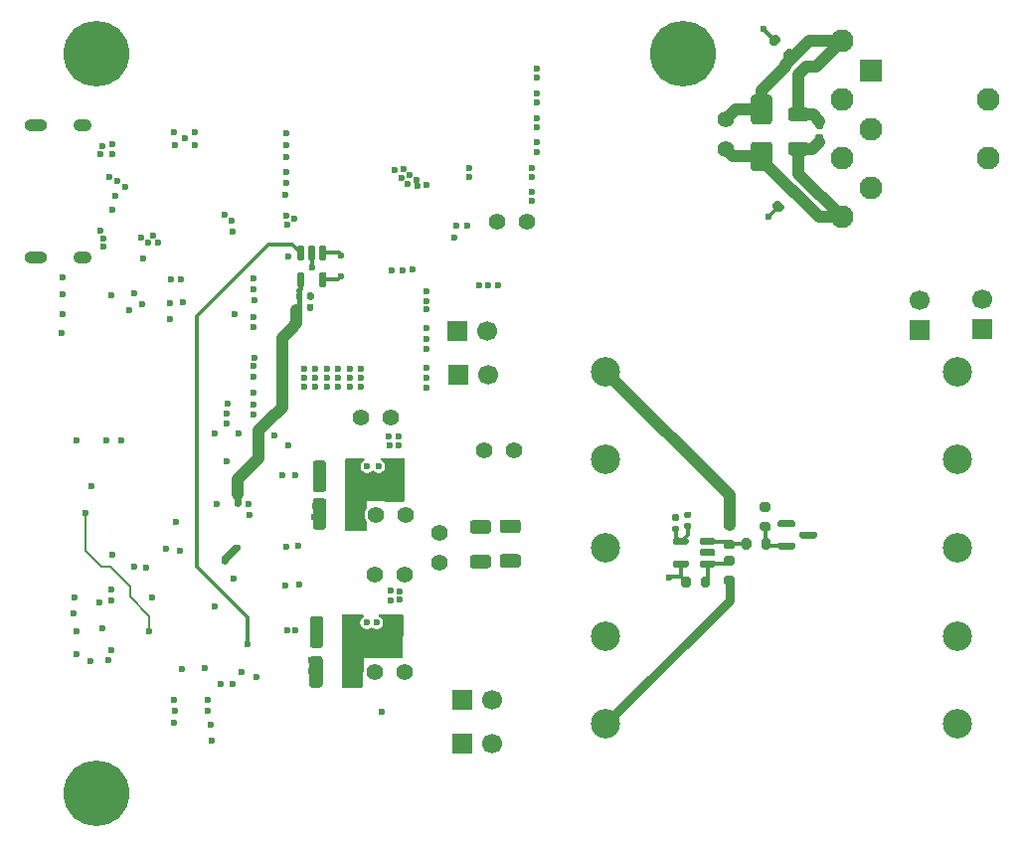
<source format=gbr>
G04 #@! TF.GenerationSoftware,KiCad,Pcbnew,9.0.1+1*
G04 #@! TF.CreationDate,2025-10-09T09:51:30+00:00*
G04 #@! TF.ProjectId,c64psu,63363470-7375-42e6-9b69-6361645f7063,rev?*
G04 #@! TF.SameCoordinates,Original*
G04 #@! TF.FileFunction,Copper,L4,Bot*
G04 #@! TF.FilePolarity,Positive*
%FSLAX46Y46*%
G04 Gerber Fmt 4.6, Leading zero omitted, Abs format (unit mm)*
G04 Created by KiCad (PCBNEW 9.0.1+1) date 2025-10-09 09:51:30*
%MOMM*%
%LPD*%
G01*
G04 APERTURE LIST*
G04 #@! TA.AperFunction,ComponentPad*
%ADD10C,2.500000*%
G04 #@! TD*
G04 #@! TA.AperFunction,ComponentPad*
%ADD11C,1.400000*%
G04 #@! TD*
G04 #@! TA.AperFunction,ComponentPad*
%ADD12C,3.600000*%
G04 #@! TD*
G04 #@! TA.AperFunction,ConnectorPad*
%ADD13C,5.600000*%
G04 #@! TD*
G04 #@! TA.AperFunction,ComponentPad*
%ADD14R,1.700000X1.700000*%
G04 #@! TD*
G04 #@! TA.AperFunction,ComponentPad*
%ADD15C,1.700000*%
G04 #@! TD*
G04 #@! TA.AperFunction,ComponentPad*
%ADD16O,1.550000X1.050000*%
G04 #@! TD*
G04 #@! TA.AperFunction,ComponentPad*
%ADD17O,1.950000X1.050000*%
G04 #@! TD*
G04 #@! TA.AperFunction,ComponentPad*
%ADD18C,1.950000*%
G04 #@! TD*
G04 #@! TA.AperFunction,ComponentPad*
%ADD19R,1.950000X1.950000*%
G04 #@! TD*
G04 #@! TA.AperFunction,ViaPad*
%ADD20C,0.600000*%
G04 #@! TD*
G04 #@! TA.AperFunction,Conductor*
%ADD21C,0.300000*%
G04 #@! TD*
G04 #@! TA.AperFunction,Conductor*
%ADD22C,0.800000*%
G04 #@! TD*
G04 #@! TA.AperFunction,Conductor*
%ADD23C,1.000000*%
G04 #@! TD*
G04 #@! TA.AperFunction,Conductor*
%ADD24C,0.600000*%
G04 #@! TD*
G04 #@! TA.AperFunction,Conductor*
%ADD25C,0.400000*%
G04 #@! TD*
G04 #@! TA.AperFunction,Conductor*
%ADD26C,0.210000*%
G04 #@! TD*
G04 APERTURE END LIST*
D10*
X183370000Y-69110000D03*
X183370000Y-76610000D03*
X183370000Y-84110000D03*
X183370000Y-91610000D03*
X183370000Y-99110000D03*
X213370000Y-69110000D03*
X213370000Y-76610000D03*
X213370000Y-84110000D03*
X213370000Y-91610000D03*
X213370000Y-99110000D03*
D11*
X163748400Y-94691200D03*
X166288400Y-94691200D03*
X163799200Y-81330800D03*
X166339200Y-81330800D03*
D12*
X190000000Y-42000000D03*
D13*
X190000000Y-42000000D03*
D14*
X170784600Y-65684400D03*
D15*
X173324600Y-65684400D03*
D14*
X171140200Y-100787200D03*
D15*
X173680200Y-100787200D03*
D14*
X170835400Y-69392800D03*
D15*
X173375400Y-69392800D03*
D11*
X172994001Y-75844400D03*
X175534001Y-75844400D03*
X165079999Y-73050400D03*
X162539999Y-73050400D03*
X169214800Y-85344000D03*
X169214800Y-82804000D03*
D16*
X138850000Y-48155000D03*
X138850000Y-59395000D03*
D17*
X134850000Y-48155000D03*
X134850000Y-59395000D03*
D14*
X171140200Y-97078800D03*
D15*
X173680200Y-97078800D03*
D11*
X166248400Y-86410800D03*
X163708400Y-86410800D03*
D12*
X140000000Y-105000000D03*
D13*
X140000000Y-105000000D03*
D11*
X174170300Y-56365150D03*
X176710300Y-56365150D03*
D18*
X215980000Y-50940000D03*
X215980000Y-45940000D03*
D19*
X205980000Y-43440000D03*
D18*
X205980000Y-48440000D03*
X205980000Y-53440000D03*
X203480000Y-45940000D03*
X203480000Y-50940000D03*
X203480000Y-40940000D03*
X203480000Y-55940000D03*
D11*
X193598800Y-50170399D03*
X193598800Y-47630399D03*
D12*
X140000000Y-42000000D03*
D13*
X140000000Y-42000000D03*
G04 #@! TA.AperFunction,SMDPad,CuDef*
G36*
G01*
X197296800Y-52036802D02*
X195996800Y-52036802D01*
G75*
G02*
X195746800Y-51786802I0J250000D01*
G01*
X195746800Y-49786802D01*
G75*
G02*
X195996800Y-49536802I250000J0D01*
G01*
X197296800Y-49536802D01*
G75*
G02*
X197546800Y-49786802I0J-250000D01*
G01*
X197546800Y-51786802D01*
G75*
G02*
X197296800Y-52036802I-250000J0D01*
G01*
G37*
G04 #@! TD.AperFunction*
G04 #@! TA.AperFunction,SMDPad,CuDef*
G36*
G01*
X197296800Y-48036800D02*
X195996800Y-48036800D01*
G75*
G02*
X195746800Y-47786800I0J250000D01*
G01*
X195746800Y-45786800D01*
G75*
G02*
X195996800Y-45536800I250000J0D01*
G01*
X197296800Y-45536800D01*
G75*
G02*
X197546800Y-45786800I0J-250000D01*
G01*
X197546800Y-47786800D01*
G75*
G02*
X197296800Y-48036800I-250000J0D01*
G01*
G37*
G04 #@! TD.AperFunction*
G04 #@! TA.AperFunction,SMDPad,CuDef*
G36*
G01*
X193628600Y-84830200D02*
X194178600Y-84830200D01*
G75*
G02*
X194378600Y-85030200I0J-200000D01*
G01*
X194378600Y-85430200D01*
G75*
G02*
X194178600Y-85630200I-200000J0D01*
G01*
X193628600Y-85630200D01*
G75*
G02*
X193428600Y-85430200I0J200000D01*
G01*
X193428600Y-85030200D01*
G75*
G02*
X193628600Y-84830200I200000J0D01*
G01*
G37*
G04 #@! TD.AperFunction*
G04 #@! TA.AperFunction,SMDPad,CuDef*
G36*
G01*
X193628600Y-86480200D02*
X194178600Y-86480200D01*
G75*
G02*
X194378600Y-86680200I0J-200000D01*
G01*
X194378600Y-87080200D01*
G75*
G02*
X194178600Y-87280200I-200000J0D01*
G01*
X193628600Y-87280200D01*
G75*
G02*
X193428600Y-87080200I0J200000D01*
G01*
X193428600Y-86680200D01*
G75*
G02*
X193628600Y-86480200I200000J0D01*
G01*
G37*
G04 #@! TD.AperFunction*
G04 #@! TA.AperFunction,SMDPad,CuDef*
G36*
G01*
X192706400Y-83431201D02*
X192706400Y-83731201D01*
G75*
G02*
X192556400Y-83881201I-150000J0D01*
G01*
X191531400Y-83881201D01*
G75*
G02*
X191381400Y-83731201I0J150000D01*
G01*
X191381400Y-83431201D01*
G75*
G02*
X191531400Y-83281201I150000J0D01*
G01*
X192556400Y-83281201D01*
G75*
G02*
X192706400Y-83431201I0J-150000D01*
G01*
G37*
G04 #@! TD.AperFunction*
G04 #@! TA.AperFunction,SMDPad,CuDef*
G36*
G01*
X192706400Y-84381200D02*
X192706400Y-84681200D01*
G75*
G02*
X192556400Y-84831200I-150000J0D01*
G01*
X191531400Y-84831200D01*
G75*
G02*
X191381400Y-84681200I0J150000D01*
G01*
X191381400Y-84381200D01*
G75*
G02*
X191531400Y-84231200I150000J0D01*
G01*
X192556400Y-84231200D01*
G75*
G02*
X192706400Y-84381200I0J-150000D01*
G01*
G37*
G04 #@! TD.AperFunction*
G04 #@! TA.AperFunction,SMDPad,CuDef*
G36*
G01*
X192706400Y-85331199D02*
X192706400Y-85631199D01*
G75*
G02*
X192556400Y-85781199I-150000J0D01*
G01*
X191531400Y-85781199D01*
G75*
G02*
X191381400Y-85631199I0J150000D01*
G01*
X191381400Y-85331199D01*
G75*
G02*
X191531400Y-85181199I150000J0D01*
G01*
X192556400Y-85181199D01*
G75*
G02*
X192706400Y-85331199I0J-150000D01*
G01*
G37*
G04 #@! TD.AperFunction*
G04 #@! TA.AperFunction,SMDPad,CuDef*
G36*
G01*
X190431400Y-85331199D02*
X190431400Y-85631199D01*
G75*
G02*
X190281400Y-85781199I-150000J0D01*
G01*
X189256400Y-85781199D01*
G75*
G02*
X189106400Y-85631199I0J150000D01*
G01*
X189106400Y-85331199D01*
G75*
G02*
X189256400Y-85181199I150000J0D01*
G01*
X190281400Y-85181199D01*
G75*
G02*
X190431400Y-85331199I0J-150000D01*
G01*
G37*
G04 #@! TD.AperFunction*
G04 #@! TA.AperFunction,SMDPad,CuDef*
G36*
G01*
X190431400Y-83431201D02*
X190431400Y-83731201D01*
G75*
G02*
X190281400Y-83881201I-150000J0D01*
G01*
X189256400Y-83881201D01*
G75*
G02*
X189106400Y-83731201I0J150000D01*
G01*
X189106400Y-83431201D01*
G75*
G02*
X189256400Y-83281201I150000J0D01*
G01*
X190281400Y-83281201D01*
G75*
G02*
X190431400Y-83431201I0J-150000D01*
G01*
G37*
G04 #@! TD.AperFunction*
G04 #@! TA.AperFunction,SMDPad,CuDef*
G36*
G01*
X157243601Y-58347200D02*
X157543601Y-58347200D01*
G75*
G02*
X157693601Y-58497200I0J-150000D01*
G01*
X157693601Y-59522200D01*
G75*
G02*
X157543601Y-59672200I-150000J0D01*
G01*
X157243601Y-59672200D01*
G75*
G02*
X157093601Y-59522200I0J150000D01*
G01*
X157093601Y-58497200D01*
G75*
G02*
X157243601Y-58347200I150000J0D01*
G01*
G37*
G04 #@! TD.AperFunction*
G04 #@! TA.AperFunction,SMDPad,CuDef*
G36*
G01*
X158193600Y-58347200D02*
X158493600Y-58347200D01*
G75*
G02*
X158643600Y-58497200I0J-150000D01*
G01*
X158643600Y-59522200D01*
G75*
G02*
X158493600Y-59672200I-150000J0D01*
G01*
X158193600Y-59672200D01*
G75*
G02*
X158043600Y-59522200I0J150000D01*
G01*
X158043600Y-58497200D01*
G75*
G02*
X158193600Y-58347200I150000J0D01*
G01*
G37*
G04 #@! TD.AperFunction*
G04 #@! TA.AperFunction,SMDPad,CuDef*
G36*
G01*
X159143599Y-58347200D02*
X159443599Y-58347200D01*
G75*
G02*
X159593599Y-58497200I0J-150000D01*
G01*
X159593599Y-59522200D01*
G75*
G02*
X159443599Y-59672200I-150000J0D01*
G01*
X159143599Y-59672200D01*
G75*
G02*
X158993599Y-59522200I0J150000D01*
G01*
X158993599Y-58497200D01*
G75*
G02*
X159143599Y-58347200I150000J0D01*
G01*
G37*
G04 #@! TD.AperFunction*
G04 #@! TA.AperFunction,SMDPad,CuDef*
G36*
G01*
X159143599Y-60622200D02*
X159443599Y-60622200D01*
G75*
G02*
X159593599Y-60772200I0J-150000D01*
G01*
X159593599Y-61797200D01*
G75*
G02*
X159443599Y-61947200I-150000J0D01*
G01*
X159143599Y-61947200D01*
G75*
G02*
X158993599Y-61797200I0J150000D01*
G01*
X158993599Y-60772200D01*
G75*
G02*
X159143599Y-60622200I150000J0D01*
G01*
G37*
G04 #@! TD.AperFunction*
G04 #@! TA.AperFunction,SMDPad,CuDef*
G36*
G01*
X157243601Y-60622200D02*
X157543601Y-60622200D01*
G75*
G02*
X157693601Y-60772200I0J-150000D01*
G01*
X157693601Y-61797200D01*
G75*
G02*
X157543601Y-61947200I-150000J0D01*
G01*
X157243601Y-61947200D01*
G75*
G02*
X157093601Y-61797200I0J150000D01*
G01*
X157093601Y-60772200D01*
G75*
G02*
X157243601Y-60622200I150000J0D01*
G01*
G37*
G04 #@! TD.AperFunction*
G04 #@! TA.AperFunction,SMDPad,CuDef*
G36*
G01*
X192283800Y-86745400D02*
X192283800Y-87295400D01*
G75*
G02*
X192083800Y-87495400I-200000J0D01*
G01*
X191683800Y-87495400D01*
G75*
G02*
X191483800Y-87295400I0J200000D01*
G01*
X191483800Y-86745400D01*
G75*
G02*
X191683800Y-86545400I200000J0D01*
G01*
X192083800Y-86545400D01*
G75*
G02*
X192283800Y-86745400I0J-200000D01*
G01*
G37*
G04 #@! TD.AperFunction*
G04 #@! TA.AperFunction,SMDPad,CuDef*
G36*
G01*
X190633800Y-86745400D02*
X190633800Y-87295400D01*
G75*
G02*
X190433800Y-87495400I-200000J0D01*
G01*
X190033800Y-87495400D01*
G75*
G02*
X189833800Y-87295400I0J200000D01*
G01*
X189833800Y-86745400D01*
G75*
G02*
X190033800Y-86545400I200000J0D01*
G01*
X190433800Y-86545400D01*
G75*
G02*
X190633800Y-86745400I0J-200000D01*
G01*
G37*
G04 #@! TD.AperFunction*
G04 #@! TA.AperFunction,SMDPad,CuDef*
G36*
G01*
X197226600Y-82696000D02*
X196676600Y-82696000D01*
G75*
G02*
X196476600Y-82496000I0J200000D01*
G01*
X196476600Y-82096000D01*
G75*
G02*
X196676600Y-81896000I200000J0D01*
G01*
X197226600Y-81896000D01*
G75*
G02*
X197426600Y-82096000I0J-200000D01*
G01*
X197426600Y-82496000D01*
G75*
G02*
X197226600Y-82696000I-200000J0D01*
G01*
G37*
G04 #@! TD.AperFunction*
G04 #@! TA.AperFunction,SMDPad,CuDef*
G36*
G01*
X197226600Y-81046000D02*
X196676600Y-81046000D01*
G75*
G02*
X196476600Y-80846000I0J200000D01*
G01*
X196476600Y-80446000D01*
G75*
G02*
X196676600Y-80246000I200000J0D01*
G01*
X197226600Y-80246000D01*
G75*
G02*
X197426600Y-80446000I0J-200000D01*
G01*
X197426600Y-80846000D01*
G75*
G02*
X197226600Y-81046000I-200000J0D01*
G01*
G37*
G04 #@! TD.AperFunction*
G04 #@! TA.AperFunction,SMDPad,CuDef*
G36*
G01*
X162222400Y-93591200D02*
X162222400Y-95791200D01*
G75*
G02*
X161972400Y-96041200I-250000J0D01*
G01*
X161322400Y-96041200D01*
G75*
G02*
X161072400Y-95791200I0J250000D01*
G01*
X161072400Y-93591200D01*
G75*
G02*
X161322400Y-93341200I250000J0D01*
G01*
X161972400Y-93341200D01*
G75*
G02*
X162222400Y-93591200I0J-250000D01*
G01*
G37*
G04 #@! TD.AperFunction*
G04 #@! TA.AperFunction,SMDPad,CuDef*
G36*
G01*
X159272400Y-93591200D02*
X159272400Y-95791200D01*
G75*
G02*
X159022400Y-96041200I-250000J0D01*
G01*
X158372400Y-96041200D01*
G75*
G02*
X158122400Y-95791200I0J250000D01*
G01*
X158122400Y-93591200D01*
G75*
G02*
X158372400Y-93341200I250000J0D01*
G01*
X159022400Y-93341200D01*
G75*
G02*
X159272400Y-93591200I0J-250000D01*
G01*
G37*
G04 #@! TD.AperFunction*
G04 #@! TA.AperFunction,SMDPad,CuDef*
G36*
G01*
X158427199Y-79128800D02*
X158427199Y-76928800D01*
G75*
G02*
X158677199Y-76678800I250000J0D01*
G01*
X159327199Y-76678800D01*
G75*
G02*
X159577199Y-76928800I0J-250000D01*
G01*
X159577199Y-79128800D01*
G75*
G02*
X159327199Y-79378800I-250000J0D01*
G01*
X158677199Y-79378800D01*
G75*
G02*
X158427199Y-79128800I0J250000D01*
G01*
G37*
G04 #@! TD.AperFunction*
G04 #@! TA.AperFunction,SMDPad,CuDef*
G36*
G01*
X161377201Y-79128800D02*
X161377201Y-76928800D01*
G75*
G02*
X161627201Y-76678800I250000J0D01*
G01*
X162277201Y-76678800D01*
G75*
G02*
X162527201Y-76928800I0J-250000D01*
G01*
X162527201Y-79128800D01*
G75*
G02*
X162277201Y-79378800I-250000J0D01*
G01*
X161627201Y-79378800D01*
G75*
G02*
X161377201Y-79128800I0J250000D01*
G01*
G37*
G04 #@! TD.AperFunction*
G04 #@! TA.AperFunction,SMDPad,CuDef*
G36*
G01*
X174603708Y-81712215D02*
X175903708Y-81712215D01*
G75*
G02*
X176153708Y-81962215I0J-250000D01*
G01*
X176153708Y-82612215D01*
G75*
G02*
X175903708Y-82862215I-250000J0D01*
G01*
X174603708Y-82862215D01*
G75*
G02*
X174353708Y-82612215I0J250000D01*
G01*
X174353708Y-81962215D01*
G75*
G02*
X174603708Y-81712215I250000J0D01*
G01*
G37*
G04 #@! TD.AperFunction*
G04 #@! TA.AperFunction,SMDPad,CuDef*
G36*
G01*
X174603708Y-84662217D02*
X175903708Y-84662217D01*
G75*
G02*
X176153708Y-84912217I0J-250000D01*
G01*
X176153708Y-85562217D01*
G75*
G02*
X175903708Y-85812217I-250000J0D01*
G01*
X174603708Y-85812217D01*
G75*
G02*
X174353708Y-85562217I0J250000D01*
G01*
X174353708Y-84912217D01*
G75*
G02*
X174603708Y-84662217I250000J0D01*
G01*
G37*
G04 #@! TD.AperFunction*
G04 #@! TA.AperFunction,SMDPad,CuDef*
G36*
G01*
X199350551Y-53396940D02*
X199739460Y-53785849D01*
G75*
G02*
X199739460Y-54068691I-141421J-141421D01*
G01*
X199456617Y-54351534D01*
G75*
G02*
X199173775Y-54351534I-141421J141421D01*
G01*
X198784866Y-53962625D01*
G75*
G02*
X198784866Y-53679783I141421J141421D01*
G01*
X199067709Y-53396940D01*
G75*
G02*
X199350551Y-53396940I141421J-141421D01*
G01*
G37*
G04 #@! TD.AperFunction*
G04 #@! TA.AperFunction,SMDPad,CuDef*
G36*
G01*
X198183825Y-54563666D02*
X198572734Y-54952575D01*
G75*
G02*
X198572734Y-55235417I-141421J-141421D01*
G01*
X198289891Y-55518260D01*
G75*
G02*
X198007049Y-55518260I-141421J141421D01*
G01*
X197618140Y-55129351D01*
G75*
G02*
X197618140Y-54846509I141421J141421D01*
G01*
X197900983Y-54563666D01*
G75*
G02*
X198183825Y-54563666I141421J-141421D01*
G01*
G37*
G04 #@! TD.AperFunction*
G04 #@! TA.AperFunction,SMDPad,CuDef*
G36*
G01*
X199170000Y-46619999D02*
X200470000Y-46619999D01*
G75*
G02*
X200720000Y-46869999I0J-250000D01*
G01*
X200720000Y-47519999D01*
G75*
G02*
X200470000Y-47769999I-250000J0D01*
G01*
X199170000Y-47769999D01*
G75*
G02*
X198920000Y-47519999I0J250000D01*
G01*
X198920000Y-46869999D01*
G75*
G02*
X199170000Y-46619999I250000J0D01*
G01*
G37*
G04 #@! TD.AperFunction*
G04 #@! TA.AperFunction,SMDPad,CuDef*
G36*
G01*
X199170000Y-49570001D02*
X200470000Y-49570001D01*
G75*
G02*
X200720000Y-49820001I0J-250000D01*
G01*
X200720000Y-50470001D01*
G75*
G02*
X200470000Y-50720001I-250000J0D01*
G01*
X199170000Y-50720001D01*
G75*
G02*
X198920000Y-50470001I0J250000D01*
G01*
X198920000Y-49820001D01*
G75*
G02*
X199170000Y-49570001I250000J0D01*
G01*
G37*
G04 #@! TD.AperFunction*
G04 #@! TA.AperFunction,SMDPad,CuDef*
G36*
G01*
X156974000Y-63822400D02*
X156974000Y-63482400D01*
G75*
G02*
X157114000Y-63342400I140000J0D01*
G01*
X157394000Y-63342400D01*
G75*
G02*
X157534000Y-63482400I0J-140000D01*
G01*
X157534000Y-63822400D01*
G75*
G02*
X157394000Y-63962400I-140000J0D01*
G01*
X157114000Y-63962400D01*
G75*
G02*
X156974000Y-63822400I0J140000D01*
G01*
G37*
G04 #@! TD.AperFunction*
G04 #@! TA.AperFunction,SMDPad,CuDef*
G36*
G01*
X157934000Y-63822400D02*
X157934000Y-63482400D01*
G75*
G02*
X158074000Y-63342400I140000J0D01*
G01*
X158354000Y-63342400D01*
G75*
G02*
X158494000Y-63482400I0J-140000D01*
G01*
X158494000Y-63822400D01*
G75*
G02*
X158354000Y-63962400I-140000J0D01*
G01*
X158074000Y-63962400D01*
G75*
G02*
X157934000Y-63822400I0J140000D01*
G01*
G37*
G04 #@! TD.AperFunction*
G04 #@! TA.AperFunction,SMDPad,CuDef*
G36*
G01*
X158427199Y-82329200D02*
X158427199Y-80129200D01*
G75*
G02*
X158677199Y-79879200I250000J0D01*
G01*
X159327199Y-79879200D01*
G75*
G02*
X159577199Y-80129200I0J-250000D01*
G01*
X159577199Y-82329200D01*
G75*
G02*
X159327199Y-82579200I-250000J0D01*
G01*
X158677199Y-82579200D01*
G75*
G02*
X158427199Y-82329200I0J250000D01*
G01*
G37*
G04 #@! TD.AperFunction*
G04 #@! TA.AperFunction,SMDPad,CuDef*
G36*
G01*
X161377201Y-82329200D02*
X161377201Y-80129200D01*
G75*
G02*
X161627201Y-79879200I250000J0D01*
G01*
X162277201Y-79879200D01*
G75*
G02*
X162527201Y-80129200I0J-250000D01*
G01*
X162527201Y-82329200D01*
G75*
G02*
X162277201Y-82579200I-250000J0D01*
G01*
X161627201Y-82579200D01*
G75*
G02*
X161377201Y-82329200I0J250000D01*
G01*
G37*
G04 #@! TD.AperFunction*
G04 #@! TA.AperFunction,SMDPad,CuDef*
G36*
G01*
X162273201Y-90187600D02*
X162273201Y-92387600D01*
G75*
G02*
X162023201Y-92637600I-250000J0D01*
G01*
X161373201Y-92637600D01*
G75*
G02*
X161123201Y-92387600I0J250000D01*
G01*
X161123201Y-90187600D01*
G75*
G02*
X161373201Y-89937600I250000J0D01*
G01*
X162023201Y-89937600D01*
G75*
G02*
X162273201Y-90187600I0J-250000D01*
G01*
G37*
G04 #@! TD.AperFunction*
G04 #@! TA.AperFunction,SMDPad,CuDef*
G36*
G01*
X159323199Y-90187600D02*
X159323199Y-92387600D01*
G75*
G02*
X159073199Y-92637600I-250000J0D01*
G01*
X158423199Y-92637600D01*
G75*
G02*
X158173199Y-92387600I0J250000D01*
G01*
X158173199Y-90187600D01*
G75*
G02*
X158423199Y-89937600I250000J0D01*
G01*
X159073199Y-89937600D01*
G75*
G02*
X159323199Y-90187600I0J-250000D01*
G01*
G37*
G04 #@! TD.AperFunction*
G04 #@! TA.AperFunction,SMDPad,CuDef*
G36*
G01*
X194964600Y-84044200D02*
X194964600Y-83494200D01*
G75*
G02*
X195164600Y-83294200I200000J0D01*
G01*
X195564600Y-83294200D01*
G75*
G02*
X195764600Y-83494200I0J-200000D01*
G01*
X195764600Y-84044200D01*
G75*
G02*
X195564600Y-84244200I-200000J0D01*
G01*
X195164600Y-84244200D01*
G75*
G02*
X194964600Y-84044200I0J200000D01*
G01*
G37*
G04 #@! TD.AperFunction*
G04 #@! TA.AperFunction,SMDPad,CuDef*
G36*
G01*
X196614600Y-84044200D02*
X196614600Y-83494200D01*
G75*
G02*
X196814600Y-83294200I200000J0D01*
G01*
X197214600Y-83294200D01*
G75*
G02*
X197414600Y-83494200I0J-200000D01*
G01*
X197414600Y-84044200D01*
G75*
G02*
X197214600Y-84244200I-200000J0D01*
G01*
X196814600Y-84244200D01*
G75*
G02*
X196614600Y-84044200I0J200000D01*
G01*
G37*
G04 #@! TD.AperFunction*
D14*
X215442800Y-65486200D03*
D15*
X215442800Y-62946200D03*
G04 #@! TA.AperFunction,SMDPad,CuDef*
G36*
G01*
X189161600Y-81259200D02*
X189501600Y-81259200D01*
G75*
G02*
X189641600Y-81399200I0J-140000D01*
G01*
X189641600Y-81679200D01*
G75*
G02*
X189501600Y-81819200I-140000J0D01*
G01*
X189161600Y-81819200D01*
G75*
G02*
X189021600Y-81679200I0J140000D01*
G01*
X189021600Y-81399200D01*
G75*
G02*
X189161600Y-81259200I140000J0D01*
G01*
G37*
G04 #@! TD.AperFunction*
G04 #@! TA.AperFunction,SMDPad,CuDef*
G36*
G01*
X189161600Y-82219200D02*
X189501600Y-82219200D01*
G75*
G02*
X189641600Y-82359200I0J-140000D01*
G01*
X189641600Y-82639200D01*
G75*
G02*
X189501600Y-82779200I-140000J0D01*
G01*
X189161600Y-82779200D01*
G75*
G02*
X189021600Y-82639200I0J140000D01*
G01*
X189021600Y-82359200D01*
G75*
G02*
X189161600Y-82219200I140000J0D01*
G01*
G37*
G04 #@! TD.AperFunction*
G04 #@! TA.AperFunction,SMDPad,CuDef*
G36*
G01*
X198019800Y-84121300D02*
X198019800Y-83821300D01*
G75*
G02*
X198169800Y-83671300I150000J0D01*
G01*
X199344800Y-83671300D01*
G75*
G02*
X199494800Y-83821300I0J-150000D01*
G01*
X199494800Y-84121300D01*
G75*
G02*
X199344800Y-84271300I-150000J0D01*
G01*
X198169800Y-84271300D01*
G75*
G02*
X198019800Y-84121300I0J150000D01*
G01*
G37*
G04 #@! TD.AperFunction*
G04 #@! TA.AperFunction,SMDPad,CuDef*
G36*
G01*
X198019800Y-82221300D02*
X198019800Y-81921300D01*
G75*
G02*
X198169800Y-81771300I150000J0D01*
G01*
X199344800Y-81771300D01*
G75*
G02*
X199494800Y-81921300I0J-150000D01*
G01*
X199494800Y-82221300D01*
G75*
G02*
X199344800Y-82371300I-150000J0D01*
G01*
X198169800Y-82371300D01*
G75*
G02*
X198019800Y-82221300I0J150000D01*
G01*
G37*
G04 #@! TD.AperFunction*
G04 #@! TA.AperFunction,SMDPad,CuDef*
G36*
G01*
X199894801Y-83171300D02*
X199894801Y-82871300D01*
G75*
G02*
X200044801Y-82721300I150000J0D01*
G01*
X201219801Y-82721300D01*
G75*
G02*
X201369801Y-82871300I0J-150000D01*
G01*
X201369801Y-83171300D01*
G75*
G02*
X201219801Y-83321300I-150000J0D01*
G01*
X200044801Y-83321300D01*
G75*
G02*
X199894801Y-83171300I0J150000D01*
G01*
G37*
G04 #@! TD.AperFunction*
G04 #@! TA.AperFunction,SMDPad,CuDef*
G36*
G01*
X172071743Y-81763741D02*
X173371743Y-81763741D01*
G75*
G02*
X173621743Y-82013741I0J-250000D01*
G01*
X173621743Y-82663741D01*
G75*
G02*
X173371743Y-82913741I-250000J0D01*
G01*
X172071743Y-82913741D01*
G75*
G02*
X171821743Y-82663741I0J250000D01*
G01*
X171821743Y-82013741D01*
G75*
G02*
X172071743Y-81763741I250000J0D01*
G01*
G37*
G04 #@! TD.AperFunction*
G04 #@! TA.AperFunction,SMDPad,CuDef*
G36*
G01*
X172071743Y-84713743D02*
X173371743Y-84713743D01*
G75*
G02*
X173621743Y-84963743I0J-250000D01*
G01*
X173621743Y-85613743D01*
G75*
G02*
X173371743Y-85863743I-250000J0D01*
G01*
X172071743Y-85863743D01*
G75*
G02*
X171821743Y-85613743I0J250000D01*
G01*
X171821743Y-84963743D01*
G75*
G02*
X172071743Y-84713743I250000J0D01*
G01*
G37*
G04 #@! TD.AperFunction*
G04 #@! TA.AperFunction,SMDPad,CuDef*
G36*
G01*
X201404400Y-47906400D02*
X201744400Y-47906400D01*
G75*
G02*
X201884400Y-48046400I0J-140000D01*
G01*
X201884400Y-48326400D01*
G75*
G02*
X201744400Y-48466400I-140000J0D01*
G01*
X201404400Y-48466400D01*
G75*
G02*
X201264400Y-48326400I0J140000D01*
G01*
X201264400Y-48046400D01*
G75*
G02*
X201404400Y-47906400I140000J0D01*
G01*
G37*
G04 #@! TD.AperFunction*
G04 #@! TA.AperFunction,SMDPad,CuDef*
G36*
G01*
X201404400Y-48866400D02*
X201744400Y-48866400D01*
G75*
G02*
X201884400Y-49006400I0J-140000D01*
G01*
X201884400Y-49286400D01*
G75*
G02*
X201744400Y-49426400I-140000J0D01*
G01*
X201404400Y-49426400D01*
G75*
G02*
X201264400Y-49286400I0J140000D01*
G01*
X201264400Y-49006400D01*
G75*
G02*
X201404400Y-48866400I140000J0D01*
G01*
G37*
G04 #@! TD.AperFunction*
G04 #@! TA.AperFunction,SMDPad,CuDef*
G36*
G01*
X190517600Y-82548000D02*
X190177600Y-82548000D01*
G75*
G02*
X190037600Y-82408000I0J140000D01*
G01*
X190037600Y-82128000D01*
G75*
G02*
X190177600Y-81988000I140000J0D01*
G01*
X190517600Y-81988000D01*
G75*
G02*
X190657600Y-82128000I0J-140000D01*
G01*
X190657600Y-82408000D01*
G75*
G02*
X190517600Y-82548000I-140000J0D01*
G01*
G37*
G04 #@! TD.AperFunction*
G04 #@! TA.AperFunction,SMDPad,CuDef*
G36*
G01*
X190517600Y-81588000D02*
X190177600Y-81588000D01*
G75*
G02*
X190037600Y-81448000I0J140000D01*
G01*
X190037600Y-81168000D01*
G75*
G02*
X190177600Y-81028000I140000J0D01*
G01*
X190517600Y-81028000D01*
G75*
G02*
X190657600Y-81168000I0J-140000D01*
G01*
X190657600Y-81448000D01*
G75*
G02*
X190517600Y-81588000I-140000J0D01*
G01*
G37*
G04 #@! TD.AperFunction*
G04 #@! TA.AperFunction,SMDPad,CuDef*
G36*
G01*
X197313340Y-40831849D02*
X197702249Y-40442940D01*
G75*
G02*
X197985091Y-40442940I141421J-141421D01*
G01*
X198267934Y-40725783D01*
G75*
G02*
X198267934Y-41008625I-141421J-141421D01*
G01*
X197879025Y-41397534D01*
G75*
G02*
X197596183Y-41397534I-141421J141421D01*
G01*
X197313340Y-41114691D01*
G75*
G02*
X197313340Y-40831849I141421J141421D01*
G01*
G37*
G04 #@! TD.AperFunction*
G04 #@! TA.AperFunction,SMDPad,CuDef*
G36*
G01*
X198480066Y-41998575D02*
X198868975Y-41609666D01*
G75*
G02*
X199151817Y-41609666I141421J-141421D01*
G01*
X199434660Y-41892509D01*
G75*
G02*
X199434660Y-42175351I-141421J-141421D01*
G01*
X199045751Y-42564260D01*
G75*
G02*
X198762909Y-42564260I-141421J141421D01*
G01*
X198480066Y-42281417D01*
G75*
G02*
X198480066Y-41998575I141421J141421D01*
G01*
G37*
G04 #@! TD.AperFunction*
D14*
X210108800Y-65537000D03*
D15*
X210108800Y-62997000D03*
G04 #@! TA.AperFunction,SMDPad,CuDef*
G36*
G01*
X158522000Y-62517200D02*
X158522000Y-62857200D01*
G75*
G02*
X158382000Y-62997200I-140000J0D01*
G01*
X158102000Y-62997200D01*
G75*
G02*
X157962000Y-62857200I0J140000D01*
G01*
X157962000Y-62517200D01*
G75*
G02*
X158102000Y-62377200I140000J0D01*
G01*
X158382000Y-62377200D01*
G75*
G02*
X158522000Y-62517200I0J-140000D01*
G01*
G37*
G04 #@! TD.AperFunction*
G04 #@! TA.AperFunction,SMDPad,CuDef*
G36*
G01*
X157562000Y-62517200D02*
X157562000Y-62857200D01*
G75*
G02*
X157422000Y-62997200I-140000J0D01*
G01*
X157142000Y-62997200D01*
G75*
G02*
X157002000Y-62857200I0J140000D01*
G01*
X157002000Y-62517200D01*
G75*
G02*
X157142000Y-62377200I140000J0D01*
G01*
X157422000Y-62377200D01*
G75*
G02*
X157562000Y-62517200I0J-140000D01*
G01*
G37*
G04 #@! TD.AperFunction*
G04 #@! TA.AperFunction,SMDPad,CuDef*
G36*
G01*
X194178600Y-84232200D02*
X193628600Y-84232200D01*
G75*
G02*
X193428600Y-84032200I0J200000D01*
G01*
X193428600Y-83632200D01*
G75*
G02*
X193628600Y-83432200I200000J0D01*
G01*
X194178600Y-83432200D01*
G75*
G02*
X194378600Y-83632200I0J-200000D01*
G01*
X194378600Y-84032200D01*
G75*
G02*
X194178600Y-84232200I-200000J0D01*
G01*
G37*
G04 #@! TD.AperFunction*
G04 #@! TA.AperFunction,SMDPad,CuDef*
G36*
G01*
X194178600Y-82582200D02*
X193628600Y-82582200D01*
G75*
G02*
X193428600Y-82382200I0J200000D01*
G01*
X193428600Y-81982200D01*
G75*
G02*
X193628600Y-81782200I200000J0D01*
G01*
X194178600Y-81782200D01*
G75*
G02*
X194378600Y-81982200I0J-200000D01*
G01*
X194378600Y-82382200D01*
G75*
G02*
X194178600Y-82582200I-200000J0D01*
G01*
G37*
G04 #@! TD.AperFunction*
D20*
X165108825Y-88595899D03*
X177535865Y-48329416D03*
X137007600Y-65836800D03*
X158242000Y-62687200D03*
X165854388Y-88555442D03*
X153397213Y-69534603D03*
X147232327Y-61231221D03*
X147367023Y-63241024D03*
X165056809Y-87792540D03*
X151605000Y-95741000D03*
X165404800Y-51968400D03*
X158556227Y-81495975D03*
X141333500Y-50573950D03*
X146631130Y-48684508D03*
X151064199Y-76720200D03*
X153414200Y-68630800D03*
X158680941Y-90451412D03*
X140331850Y-57091395D03*
X148432067Y-48691598D03*
X163017200Y-90502800D03*
X177119813Y-54592482D03*
X158270000Y-93675200D03*
X158658756Y-95521926D03*
X158625582Y-80565466D03*
X137109200Y-61112400D03*
X164986239Y-75423107D03*
X150084899Y-74380500D03*
X151683800Y-86777400D03*
X189331600Y-81539200D03*
X156289200Y-91135200D03*
X145282548Y-58147437D03*
X177104954Y-53790096D03*
X158985445Y-78639616D03*
X177104954Y-51739555D03*
X165749141Y-74631307D03*
X149522200Y-98027000D03*
X197205600Y-55930800D03*
X168147627Y-68804616D03*
X153431890Y-63006592D03*
X165731802Y-75382650D03*
X141325600Y-84734400D03*
X138323400Y-93201000D03*
X147531100Y-49253150D03*
X137160000Y-62548750D03*
X144836226Y-57520465D03*
X168099001Y-63093600D03*
X141333500Y-49761150D03*
X153379874Y-64506387D03*
X158270000Y-94640400D03*
X158214000Y-63652400D03*
X159002783Y-77434578D03*
X177127243Y-52556800D03*
X140307085Y-50562617D03*
X143818100Y-57662976D03*
X149245400Y-94318600D03*
X164934223Y-74619748D03*
X166682700Y-52402750D03*
X146654600Y-97061800D03*
X138120200Y-88324200D03*
X156212776Y-48842560D03*
X168099001Y-69646800D03*
X138034789Y-89679611D03*
X146673671Y-49826047D03*
X141320600Y-87641000D03*
X170456850Y-57736750D03*
X153440560Y-67904767D03*
X141320600Y-92794600D03*
X153003299Y-80397700D03*
X146659800Y-98027000D03*
X143962600Y-59486800D03*
X167363100Y-53332350D03*
X177543295Y-44094603D03*
X166921248Y-60428566D03*
X137160000Y-64211200D03*
X144775000Y-88375000D03*
X196799200Y-39928800D03*
X147264200Y-94420200D03*
X168095611Y-63837086D03*
X140304600Y-88781400D03*
X168095611Y-67205124D03*
X144395672Y-58112274D03*
X140863400Y-74944200D03*
X146310724Y-63283560D03*
X177550724Y-46204580D03*
X165871727Y-87804099D03*
X140579500Y-58488140D03*
X146324903Y-61263122D03*
X157175200Y-83972400D03*
X156114589Y-54095953D03*
X164033200Y-77193200D03*
X148417887Y-49804776D03*
X168099001Y-66344800D03*
X156174024Y-52075130D03*
X146287500Y-64656750D03*
X177550724Y-50424534D03*
X165971500Y-52605950D03*
X140503893Y-90994456D03*
X165140473Y-60480033D03*
X156219341Y-53075254D03*
X153362536Y-72742258D03*
X192043900Y-84531200D03*
X158343600Y-60198000D03*
X143228200Y-85733400D03*
X171750508Y-52544481D03*
X156936817Y-77946457D03*
X177543295Y-45454201D03*
X146652601Y-98992200D03*
X153026099Y-81362900D03*
X190347600Y-81308000D03*
X141066600Y-93658200D03*
X156959628Y-91158318D03*
X153414199Y-62077600D03*
X139542600Y-93743611D03*
X153371205Y-70947705D03*
X140569594Y-57765003D03*
X153414199Y-71882000D03*
X156208199Y-49834800D03*
X138323400Y-74944200D03*
X171559500Y-56722749D03*
X168097200Y-53238400D03*
X149522200Y-97061800D03*
X168095611Y-62289609D03*
X156220753Y-50860339D03*
X155861820Y-77955127D03*
X171770320Y-51742096D03*
X177528436Y-43284788D03*
X163870799Y-90502800D03*
X166065200Y-60504601D03*
X167292300Y-52758350D03*
X150214499Y-80397700D03*
X177528436Y-47541890D03*
X166530300Y-53113950D03*
X153371205Y-61160023D03*
X166174700Y-51894750D03*
X158748199Y-91287600D03*
X156159200Y-84023200D03*
X163068000Y-77193200D03*
X138276507Y-91241944D03*
X142133400Y-74944200D03*
X177550724Y-49607290D03*
X152116899Y-74403300D03*
X150120848Y-89122200D03*
X153416000Y-65328800D03*
X168160631Y-65397567D03*
X168121619Y-70443121D03*
X170637200Y-56642000D03*
X140498762Y-49899690D03*
X198808100Y-82057200D03*
X156311600Y-59283600D03*
X151750000Y-64250000D03*
X160832800Y-59183900D03*
X151125000Y-72700000D03*
X190347600Y-82268000D03*
X174250000Y-61750000D03*
X151156092Y-71816415D03*
X189331600Y-82499200D03*
X173375000Y-61750000D03*
X172575000Y-61750000D03*
X151125000Y-73500000D03*
X152014000Y-84082400D03*
X150617000Y-95741000D03*
X152014198Y-79550000D03*
X149855000Y-100516200D03*
X151429800Y-84666600D03*
X196951600Y-80646000D03*
X149753400Y-99144600D03*
X141320600Y-88601000D03*
X152014198Y-80340000D03*
X150921800Y-85174600D03*
X144260200Y-85835000D03*
X141607500Y-54138750D03*
X142846261Y-63856647D03*
X141822754Y-52912510D03*
X143924300Y-63375550D03*
X142458534Y-53398090D03*
X141127500Y-52516750D03*
X143213100Y-62421750D03*
X141367500Y-55349750D03*
X141289958Y-62570008D03*
X144526000Y-91236800D03*
X139039600Y-81127600D03*
X139593400Y-78844200D03*
X146761200Y-81940400D03*
X151540302Y-56263550D03*
X156849777Y-56095732D03*
X156255505Y-56617952D03*
X156179777Y-55825732D03*
X151595100Y-57228750D03*
X150934700Y-55755550D03*
X188772800Y-86614000D03*
X164338000Y-98044000D03*
X174762932Y-82287215D03*
X175833716Y-82231445D03*
X173078677Y-82287215D03*
X172275589Y-82320677D03*
X152857200Y-92354400D03*
X172164049Y-85254180D03*
X175588328Y-85164948D03*
X173112139Y-85254180D03*
X174751778Y-85198410D03*
X157276800Y-87274400D03*
X153670000Y-95148400D03*
X152404000Y-94738000D03*
X156108400Y-87325200D03*
X145925420Y-84198580D03*
X155143200Y-74574400D03*
X147116800Y-84378800D03*
X156325800Y-75412600D03*
X161147697Y-91189962D03*
X161594800Y-69596000D03*
X161594800Y-70358000D03*
X164950168Y-77703450D03*
X159664400Y-68834000D03*
X162997962Y-78314799D03*
X163017200Y-91462800D03*
X159664400Y-69596000D03*
X160578800Y-69646800D03*
X165800405Y-78296818D03*
X165779842Y-90907665D03*
X161654536Y-77952613D03*
X165779856Y-77672626D03*
X160832800Y-61008900D03*
X157734000Y-70358000D03*
X162509200Y-68834000D03*
X157734000Y-68834000D03*
X161594800Y-68834000D03*
X164469823Y-78307093D03*
X163982400Y-91462800D03*
X157734000Y-69596000D03*
X158648400Y-68834000D03*
X162509200Y-69646800D03*
X162095545Y-91253537D03*
X160578800Y-68834000D03*
X159664400Y-70358000D03*
X165461966Y-91531858D03*
X158648400Y-70408800D03*
X158648400Y-69646800D03*
X162206805Y-77986006D03*
X162509200Y-70408800D03*
X160578800Y-70408800D03*
X164745301Y-91115729D03*
X163722333Y-78340486D03*
D21*
X158343600Y-59009700D02*
X158343600Y-60198000D01*
X197790637Y-40920237D02*
X196799200Y-39928800D01*
X198095437Y-55040963D02*
X197205600Y-55930800D01*
X160658600Y-59009700D02*
X160832800Y-59183900D01*
X159293599Y-59009700D02*
X160658600Y-59009700D01*
X189331600Y-82499200D02*
X189331600Y-83143901D01*
X189331600Y-83143901D02*
X189768900Y-83581201D01*
X190347600Y-83002501D02*
X189768900Y-83581201D01*
X190347600Y-82268000D02*
X190347600Y-83002501D01*
D22*
X193903600Y-86880200D02*
X193903600Y-88576400D01*
X193903600Y-88576400D02*
X183370000Y-99110000D01*
D23*
X193903600Y-79643600D02*
X193903600Y-82182200D01*
X183370000Y-69110000D02*
X193903600Y-79643600D01*
X196646800Y-51054000D02*
X201532800Y-55940000D01*
X199820000Y-50145001D02*
X199820000Y-52280000D01*
X196646800Y-50786802D02*
X194215203Y-50786802D01*
X200959399Y-50145001D02*
X201574400Y-49530000D01*
X201532800Y-55940000D02*
X203480000Y-55940000D01*
X194215203Y-50786802D02*
X193598800Y-50170399D01*
X196646800Y-50786802D02*
X196646800Y-51054000D01*
X199820000Y-50145001D02*
X200959399Y-50145001D01*
X199820000Y-52280000D02*
X203480000Y-55940000D01*
X199820000Y-47194999D02*
X201017399Y-47194999D01*
X194442399Y-46786800D02*
X193598800Y-47630399D01*
X201017399Y-47194999D02*
X201574400Y-47752000D01*
X199820000Y-47194999D02*
X199820000Y-43780000D01*
X201280000Y-43140000D02*
X203480000Y-40940000D01*
X200460000Y-43140000D02*
X201280000Y-43140000D01*
X199820000Y-43780000D02*
X200460000Y-43140000D01*
X196646800Y-46786800D02*
X194442399Y-46786800D01*
X196646800Y-46786800D02*
X196646800Y-45161200D01*
X198668000Y-43140000D02*
X198668000Y-42987600D01*
X196646800Y-45161200D02*
X198668000Y-43140000D01*
X198668000Y-42987600D02*
X200715600Y-40940000D01*
X200715600Y-40940000D02*
X203480000Y-40940000D01*
X155803600Y-68072000D02*
X155803600Y-66243200D01*
X154686000Y-73253600D02*
X155803600Y-72136000D01*
X155803600Y-72136000D02*
X155803600Y-68072000D01*
X155803600Y-66243200D02*
X156565600Y-65481200D01*
D24*
X152014198Y-79550000D02*
X152014198Y-80340000D01*
D23*
X152014198Y-78262202D02*
X153212800Y-77063600D01*
D24*
X150921800Y-84976499D02*
X150921800Y-85174600D01*
X151785661Y-84112638D02*
X150921800Y-84976499D01*
D25*
X152014000Y-84082400D02*
X150921800Y-85174600D01*
X157393601Y-61284700D02*
X157393601Y-62011599D01*
D23*
X153212800Y-77063600D02*
X153822400Y-76454000D01*
D25*
X157226000Y-62179200D02*
X157254000Y-62207200D01*
D23*
X157032050Y-65014750D02*
X157032050Y-63850332D01*
D25*
X157393601Y-62011599D02*
X157226000Y-62179200D01*
X157254000Y-62207200D02*
X157254000Y-63652400D01*
D23*
X156565600Y-65481200D02*
X157032050Y-65014750D01*
X152014198Y-79550000D02*
X152014198Y-78262202D01*
X153822400Y-74472800D02*
X153822400Y-74117200D01*
X153822400Y-74117200D02*
X154686000Y-73253600D01*
X153822400Y-76454000D02*
X153822400Y-74472800D01*
D26*
X144526000Y-91236800D02*
X144526000Y-89966800D01*
X142849600Y-88290400D02*
X142849600Y-87376000D01*
X141224000Y-85750400D02*
X140411200Y-85750400D01*
X139039600Y-84378800D02*
X139039600Y-81127600D01*
X144526000Y-89966800D02*
X142849600Y-88290400D01*
X140411200Y-85750400D02*
X139039600Y-84378800D01*
X142849600Y-87376000D02*
X141224000Y-85750400D01*
D21*
X193652601Y-83581201D02*
X193903600Y-83832200D01*
X192043900Y-83581201D02*
X193652601Y-83581201D01*
X193966600Y-83769200D02*
X193903600Y-83832200D01*
X195364600Y-83769200D02*
X193966600Y-83769200D01*
X192043900Y-86860300D02*
X191883800Y-87020400D01*
X192043900Y-85481199D02*
X193652601Y-85481199D01*
X192043900Y-85481199D02*
X192043900Y-86860300D01*
X193652601Y-85481199D02*
X193903600Y-85230200D01*
X196951600Y-82296000D02*
X196951600Y-83706200D01*
X197202600Y-83957200D02*
X197014600Y-83769200D01*
X198808100Y-83957200D02*
X197202600Y-83957200D01*
X196951600Y-83706200D02*
X197014600Y-83769200D01*
X188831300Y-86555500D02*
X188772800Y-86614000D01*
X189768900Y-85481199D02*
X189768900Y-86555500D01*
X189768900Y-86555500D02*
X190233800Y-87020400D01*
X189768900Y-86555500D02*
X188831300Y-86555500D01*
X152857200Y-92354400D02*
X152857200Y-90017600D01*
X148590000Y-64414400D02*
X154686000Y-58318400D01*
X154686000Y-58318400D02*
X156702301Y-58318400D01*
X152857200Y-90017600D02*
X148590000Y-85750400D01*
X148590000Y-85750400D02*
X148590000Y-64414400D01*
X156702301Y-58318400D02*
X157393601Y-59009700D01*
X160557000Y-61284700D02*
X160832800Y-61008900D01*
X159293599Y-61284700D02*
X160557000Y-61284700D01*
G04 #@! TA.AperFunction,Conductor*
G36*
X166103684Y-89781884D02*
G01*
X166149965Y-89834228D01*
X166161680Y-89888541D01*
X166114205Y-93401708D01*
X166093616Y-93468475D01*
X166040199Y-93513512D01*
X165988216Y-93524016D01*
X164468867Y-93499510D01*
X162763200Y-93472000D01*
X162763199Y-93472000D01*
X162714830Y-95890480D01*
X162693809Y-95957112D01*
X162640101Y-96001802D01*
X162590855Y-96012000D01*
X161007600Y-96012000D01*
X160940561Y-95992315D01*
X160894806Y-95939511D01*
X160883600Y-95888000D01*
X160883600Y-89937166D01*
X160903285Y-89870127D01*
X160956089Y-89824372D01*
X161006358Y-89813172D01*
X162675578Y-89796480D01*
X162742811Y-89815493D01*
X162789092Y-89867837D01*
X162799726Y-89936893D01*
X162771338Y-90000736D01*
X162738819Y-90027861D01*
X162679185Y-90062291D01*
X162679182Y-90062293D01*
X162576693Y-90164782D01*
X162576688Y-90164788D01*
X162504217Y-90290311D01*
X162504216Y-90290315D01*
X162466700Y-90430325D01*
X162466700Y-90575275D01*
X162504216Y-90715285D01*
X162504217Y-90715288D01*
X162576688Y-90840811D01*
X162576690Y-90840813D01*
X162576691Y-90840815D01*
X162679185Y-90943309D01*
X162679186Y-90943310D01*
X162679188Y-90943311D01*
X162804711Y-91015782D01*
X162804712Y-91015782D01*
X162804715Y-91015784D01*
X162944725Y-91053300D01*
X162944728Y-91053300D01*
X163089672Y-91053300D01*
X163089675Y-91053300D01*
X163229685Y-91015784D01*
X163355215Y-90943309D01*
X163356307Y-90942216D01*
X163357460Y-90941586D01*
X163361666Y-90938360D01*
X163362168Y-90939015D01*
X163417623Y-90908724D01*
X163487316Y-90913698D01*
X163526127Y-90938636D01*
X163526338Y-90938362D01*
X163529626Y-90940885D01*
X163531680Y-90942205D01*
X163532784Y-90943309D01*
X163532785Y-90943310D01*
X163532787Y-90943311D01*
X163658310Y-91015782D01*
X163658311Y-91015782D01*
X163658314Y-91015784D01*
X163798324Y-91053300D01*
X163798327Y-91053300D01*
X163943271Y-91053300D01*
X163943274Y-91053300D01*
X164083284Y-91015784D01*
X164208814Y-90943309D01*
X164311308Y-90840815D01*
X164383783Y-90715285D01*
X164421299Y-90575275D01*
X164421299Y-90430325D01*
X164383783Y-90290315D01*
X164311308Y-90164785D01*
X164208814Y-90062291D01*
X164149180Y-90027861D01*
X164123056Y-90012778D01*
X164074841Y-89962210D01*
X164061619Y-89893603D01*
X164087587Y-89828738D01*
X164144502Y-89788211D01*
X164183812Y-89781397D01*
X166036452Y-89762871D01*
X166103684Y-89781884D01*
G37*
G04 #@! TD.AperFunction*
G04 #@! TA.AperFunction,Conductor*
G36*
X166208688Y-76474282D02*
G01*
X166254969Y-76526626D01*
X166266684Y-76580939D01*
X166219279Y-80088887D01*
X166198690Y-80155654D01*
X166145273Y-80200691D01*
X166093290Y-80211195D01*
X163068000Y-80162400D01*
X163067999Y-80162400D01*
X163057347Y-80695033D01*
X163036474Y-80761444D01*
X162956881Y-80880562D01*
X162956876Y-80880571D01*
X162885227Y-81053548D01*
X162885225Y-81053556D01*
X162848700Y-81237179D01*
X162848700Y-81424420D01*
X162885225Y-81608043D01*
X162885227Y-81608051D01*
X162956878Y-81781032D01*
X163011685Y-81863057D01*
X163032563Y-81929734D01*
X163032558Y-81934426D01*
X163019630Y-82580879D01*
X162998609Y-82647512D01*
X162944901Y-82692202D01*
X162895655Y-82702400D01*
X161312400Y-82702400D01*
X161245361Y-82682715D01*
X161199606Y-82629911D01*
X161188400Y-82578400D01*
X161188400Y-76627566D01*
X161208085Y-76560527D01*
X161260889Y-76514772D01*
X161311158Y-76503572D01*
X162721904Y-76489464D01*
X162789134Y-76508477D01*
X162835415Y-76560821D01*
X162846049Y-76629877D01*
X162817661Y-76693720D01*
X162785143Y-76720844D01*
X162729988Y-76752688D01*
X162729982Y-76752693D01*
X162627493Y-76855182D01*
X162627488Y-76855188D01*
X162555017Y-76980711D01*
X162555016Y-76980715D01*
X162517500Y-77120725D01*
X162517500Y-77265675D01*
X162555016Y-77405685D01*
X162555017Y-77405688D01*
X162627488Y-77531211D01*
X162627490Y-77531213D01*
X162627491Y-77531215D01*
X162729985Y-77633709D01*
X162729986Y-77633710D01*
X162729988Y-77633711D01*
X162855511Y-77706182D01*
X162855512Y-77706182D01*
X162855515Y-77706184D01*
X162995525Y-77743700D01*
X162995528Y-77743700D01*
X163140472Y-77743700D01*
X163140475Y-77743700D01*
X163280485Y-77706184D01*
X163406015Y-77633709D01*
X163462919Y-77576805D01*
X163524242Y-77543320D01*
X163593934Y-77548304D01*
X163638281Y-77576805D01*
X163695185Y-77633709D01*
X163695186Y-77633710D01*
X163695188Y-77633711D01*
X163820711Y-77706182D01*
X163820712Y-77706182D01*
X163820715Y-77706184D01*
X163960725Y-77743700D01*
X163960728Y-77743700D01*
X164105672Y-77743700D01*
X164105675Y-77743700D01*
X164245685Y-77706184D01*
X164371215Y-77633709D01*
X164473709Y-77531215D01*
X164546184Y-77405685D01*
X164583700Y-77265675D01*
X164583700Y-77120725D01*
X164546184Y-76980715D01*
X164473709Y-76855185D01*
X164371215Y-76752691D01*
X164287880Y-76704577D01*
X164239666Y-76654010D01*
X164226444Y-76585403D01*
X164252412Y-76520539D01*
X164309326Y-76480011D01*
X164348638Y-76473197D01*
X166141456Y-76455269D01*
X166208688Y-76474282D01*
G37*
G04 #@! TD.AperFunction*
M02*

</source>
